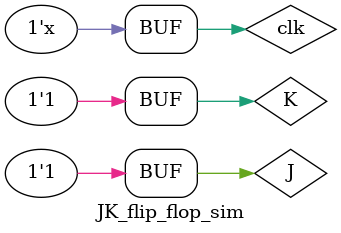
<source format=v>
`timescale 1ns / 1ps


module JK_flip_flop_sim();
    reg J, K;
    reg clk;
    wire Q, Qn;
    
    JK_flip_flop uut(J,K,clk,Q,Qn);
    
    initial begin
        clk = 1'b0; J = 1'b0; K = 1'b1; #100;
        J = 1'b0; K = 1'b1; #100;
        J = 1'b0; K = 1'b1; #100;
        J = 1'b0; K = 1'b0; #100;
        J = 1'b0; K = 1'b0; #100;
        J = 1'b1; K = 1'b0; #100;
        J = 1'b1; K = 1'b0; #100;
        J = 1'b1; K = 1; #100;
        J = 1'b1; K = 1'b1; #100;       
    end
    
    always begin
        clk <= ~clk; #20;
    end
endmodule

</source>
